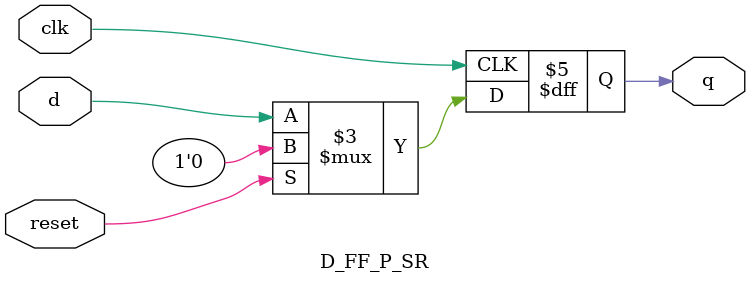
<source format=sv>
module D_FF_P_SR(d, clk, reset, q);
input logic d, clk, reset;
output logic q;
always_ff @(posedge clk)
	begin
	if(reset)
		q <= 1'b0;
	else
		q <= d;
	end
endmodule
</source>
